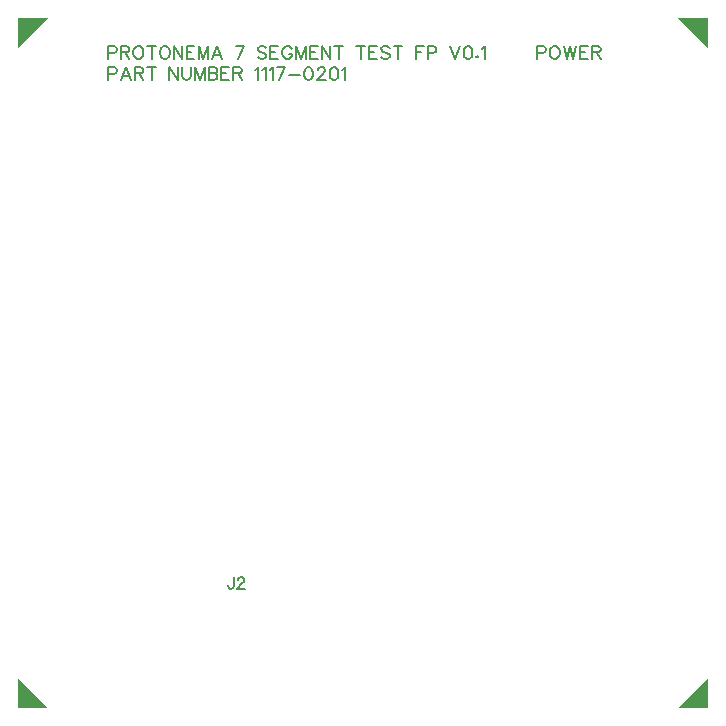
<source format=gto>
G04 Layer: TopSilkscreenLayer*
G04 EasyEDA v6.5.34, 2023-08-21 18:11:39*
G04 a96945d829544502a00aa0063755e982,5a6b42c53f6a479593ecc07194224c93,10*
G04 Gerber Generator version 0.2*
G04 Scale: 100 percent, Rotated: No, Reflected: No *
G04 Dimensions in millimeters *
G04 leading zeros omitted , absolute positions ,4 integer and 5 decimal *
%FSLAX45Y45*%
%MOMM*%

%ADD10C,0.1524*%

%LPD*%
D10*
X761992Y5601759D02*
G01*
X761992Y5492539D01*
X761992Y5601759D02*
G01*
X808728Y5601759D01*
X824222Y5596425D01*
X829556Y5591345D01*
X834636Y5580931D01*
X834636Y5565437D01*
X829556Y5555023D01*
X824222Y5549689D01*
X808728Y5544609D01*
X761992Y5544609D01*
X868926Y5601759D02*
G01*
X868926Y5492539D01*
X868926Y5601759D02*
G01*
X915662Y5601759D01*
X931410Y5596425D01*
X936490Y5591345D01*
X941824Y5580931D01*
X941824Y5570517D01*
X936490Y5560103D01*
X931410Y5555023D01*
X915662Y5549689D01*
X868926Y5549689D01*
X905502Y5549689D02*
G01*
X941824Y5492539D01*
X1007102Y5601759D02*
G01*
X996942Y5596425D01*
X986528Y5586265D01*
X981194Y5575851D01*
X976114Y5560103D01*
X976114Y5534195D01*
X981194Y5518701D01*
X986528Y5508287D01*
X996942Y5497873D01*
X1007102Y5492539D01*
X1027930Y5492539D01*
X1038344Y5497873D01*
X1048758Y5508287D01*
X1054092Y5518701D01*
X1059172Y5534195D01*
X1059172Y5560103D01*
X1054092Y5575851D01*
X1048758Y5586265D01*
X1038344Y5596425D01*
X1027930Y5601759D01*
X1007102Y5601759D01*
X1129784Y5601759D02*
G01*
X1129784Y5492539D01*
X1093462Y5601759D02*
G01*
X1166106Y5601759D01*
X1231638Y5601759D02*
G01*
X1221224Y5596425D01*
X1210810Y5586265D01*
X1205730Y5575851D01*
X1200396Y5560103D01*
X1200396Y5534195D01*
X1205730Y5518701D01*
X1210810Y5508287D01*
X1221224Y5497873D01*
X1231638Y5492539D01*
X1252466Y5492539D01*
X1262880Y5497873D01*
X1273294Y5508287D01*
X1278374Y5518701D01*
X1283708Y5534195D01*
X1283708Y5560103D01*
X1278374Y5575851D01*
X1273294Y5586265D01*
X1262880Y5596425D01*
X1252466Y5601759D01*
X1231638Y5601759D01*
X1317998Y5601759D02*
G01*
X1317998Y5492539D01*
X1317998Y5601759D02*
G01*
X1390642Y5492539D01*
X1390642Y5601759D02*
G01*
X1390642Y5492539D01*
X1424932Y5601759D02*
G01*
X1424932Y5492539D01*
X1424932Y5601759D02*
G01*
X1492496Y5601759D01*
X1424932Y5549689D02*
G01*
X1466588Y5549689D01*
X1424932Y5492539D02*
G01*
X1492496Y5492539D01*
X1526786Y5601759D02*
G01*
X1526786Y5492539D01*
X1526786Y5601759D02*
G01*
X1568442Y5492539D01*
X1609844Y5601759D02*
G01*
X1568442Y5492539D01*
X1609844Y5601759D02*
G01*
X1609844Y5492539D01*
X1685790Y5601759D02*
G01*
X1644134Y5492539D01*
X1685790Y5601759D02*
G01*
X1727192Y5492539D01*
X1659882Y5529115D02*
G01*
X1711698Y5529115D01*
X1914390Y5601759D02*
G01*
X1862320Y5492539D01*
X1841492Y5601759D02*
G01*
X1914390Y5601759D01*
X2101334Y5586265D02*
G01*
X2090920Y5596425D01*
X2075426Y5601759D01*
X2054598Y5601759D01*
X2039104Y5596425D01*
X2028690Y5586265D01*
X2028690Y5575851D01*
X2033770Y5565437D01*
X2039104Y5560103D01*
X2049518Y5555023D01*
X2080506Y5544609D01*
X2090920Y5539275D01*
X2096254Y5534195D01*
X2101334Y5523781D01*
X2101334Y5508287D01*
X2090920Y5497873D01*
X2075426Y5492539D01*
X2054598Y5492539D01*
X2039104Y5497873D01*
X2028690Y5508287D01*
X2135624Y5601759D02*
G01*
X2135624Y5492539D01*
X2135624Y5601759D02*
G01*
X2203188Y5601759D01*
X2135624Y5549689D02*
G01*
X2177280Y5549689D01*
X2135624Y5492539D02*
G01*
X2203188Y5492539D01*
X2315456Y5575851D02*
G01*
X2310122Y5586265D01*
X2299962Y5596425D01*
X2289548Y5601759D01*
X2268720Y5601759D01*
X2258306Y5596425D01*
X2247892Y5586265D01*
X2242812Y5575851D01*
X2237478Y5560103D01*
X2237478Y5534195D01*
X2242812Y5518701D01*
X2247892Y5508287D01*
X2258306Y5497873D01*
X2268720Y5492539D01*
X2289548Y5492539D01*
X2299962Y5497873D01*
X2310122Y5508287D01*
X2315456Y5518701D01*
X2315456Y5534195D01*
X2289548Y5534195D02*
G01*
X2315456Y5534195D01*
X2349746Y5601759D02*
G01*
X2349746Y5492539D01*
X2349746Y5601759D02*
G01*
X2391402Y5492539D01*
X2432804Y5601759D02*
G01*
X2391402Y5492539D01*
X2432804Y5601759D02*
G01*
X2432804Y5492539D01*
X2467094Y5601759D02*
G01*
X2467094Y5492539D01*
X2467094Y5601759D02*
G01*
X2534658Y5601759D01*
X2467094Y5549689D02*
G01*
X2508750Y5549689D01*
X2467094Y5492539D02*
G01*
X2534658Y5492539D01*
X2568948Y5601759D02*
G01*
X2568948Y5492539D01*
X2568948Y5601759D02*
G01*
X2641592Y5492539D01*
X2641592Y5601759D02*
G01*
X2641592Y5492539D01*
X2712458Y5601759D02*
G01*
X2712458Y5492539D01*
X2675882Y5601759D02*
G01*
X2748780Y5601759D01*
X2899402Y5601759D02*
G01*
X2899402Y5492539D01*
X2863080Y5601759D02*
G01*
X2935724Y5601759D01*
X2970014Y5601759D02*
G01*
X2970014Y5492539D01*
X2970014Y5601759D02*
G01*
X3037578Y5601759D01*
X2970014Y5549689D02*
G01*
X3011670Y5549689D01*
X2970014Y5492539D02*
G01*
X3037578Y5492539D01*
X3144512Y5586265D02*
G01*
X3134352Y5596425D01*
X3118604Y5601759D01*
X3097776Y5601759D01*
X3082282Y5596425D01*
X3071868Y5586265D01*
X3071868Y5575851D01*
X3077202Y5565437D01*
X3082282Y5560103D01*
X3092696Y5555023D01*
X3123938Y5544609D01*
X3134352Y5539275D01*
X3139432Y5534195D01*
X3144512Y5523781D01*
X3144512Y5508287D01*
X3134352Y5497873D01*
X3118604Y5492539D01*
X3097776Y5492539D01*
X3082282Y5497873D01*
X3071868Y5508287D01*
X3215378Y5601759D02*
G01*
X3215378Y5492539D01*
X3178802Y5601759D02*
G01*
X3251700Y5601759D01*
X3366000Y5601759D02*
G01*
X3366000Y5492539D01*
X3366000Y5601759D02*
G01*
X3433564Y5601759D01*
X3366000Y5549689D02*
G01*
X3407402Y5549689D01*
X3467854Y5601759D02*
G01*
X3467854Y5492539D01*
X3467854Y5601759D02*
G01*
X3514590Y5601759D01*
X3530084Y5596425D01*
X3535418Y5591345D01*
X3540498Y5580931D01*
X3540498Y5565437D01*
X3535418Y5555023D01*
X3530084Y5549689D01*
X3514590Y5544609D01*
X3467854Y5544609D01*
X3654798Y5601759D02*
G01*
X3696454Y5492539D01*
X3737856Y5601759D02*
G01*
X3696454Y5492539D01*
X3803388Y5601759D02*
G01*
X3787894Y5596425D01*
X3777480Y5580931D01*
X3772146Y5555023D01*
X3772146Y5539275D01*
X3777480Y5513367D01*
X3787894Y5497873D01*
X3803388Y5492539D01*
X3813802Y5492539D01*
X3829296Y5497873D01*
X3839710Y5513367D01*
X3845044Y5539275D01*
X3845044Y5555023D01*
X3839710Y5580931D01*
X3829296Y5596425D01*
X3813802Y5601759D01*
X3803388Y5601759D01*
X3884414Y5518701D02*
G01*
X3879334Y5513367D01*
X3884414Y5508287D01*
X3889748Y5513367D01*
X3884414Y5518701D01*
X3924038Y5580931D02*
G01*
X3934452Y5586265D01*
X3949946Y5601759D01*
X3949946Y5492539D01*
X761992Y5423959D02*
G01*
X761992Y5314739D01*
X761992Y5423959D02*
G01*
X808728Y5423959D01*
X824222Y5418625D01*
X829556Y5413545D01*
X834636Y5403131D01*
X834636Y5387637D01*
X829556Y5377223D01*
X824222Y5371889D01*
X808728Y5366809D01*
X761992Y5366809D01*
X910582Y5423959D02*
G01*
X868926Y5314739D01*
X910582Y5423959D02*
G01*
X952238Y5314739D01*
X884674Y5351315D02*
G01*
X936490Y5351315D01*
X986528Y5423959D02*
G01*
X986528Y5314739D01*
X986528Y5423959D02*
G01*
X1033264Y5423959D01*
X1048758Y5418625D01*
X1054092Y5413545D01*
X1059172Y5403131D01*
X1059172Y5392717D01*
X1054092Y5382303D01*
X1048758Y5377223D01*
X1033264Y5371889D01*
X986528Y5371889D01*
X1022850Y5371889D02*
G01*
X1059172Y5314739D01*
X1129784Y5423959D02*
G01*
X1129784Y5314739D01*
X1093462Y5423959D02*
G01*
X1166106Y5423959D01*
X1280406Y5423959D02*
G01*
X1280406Y5314739D01*
X1280406Y5423959D02*
G01*
X1353304Y5314739D01*
X1353304Y5423959D02*
G01*
X1353304Y5314739D01*
X1387594Y5423959D02*
G01*
X1387594Y5345981D01*
X1392674Y5330487D01*
X1403088Y5320073D01*
X1418582Y5314739D01*
X1428996Y5314739D01*
X1444744Y5320073D01*
X1455158Y5330487D01*
X1460238Y5345981D01*
X1460238Y5423959D01*
X1494528Y5423959D02*
G01*
X1494528Y5314739D01*
X1494528Y5423959D02*
G01*
X1536184Y5314739D01*
X1577586Y5423959D02*
G01*
X1536184Y5314739D01*
X1577586Y5423959D02*
G01*
X1577586Y5314739D01*
X1611876Y5423959D02*
G01*
X1611876Y5314739D01*
X1611876Y5423959D02*
G01*
X1658612Y5423959D01*
X1674360Y5418625D01*
X1679440Y5413545D01*
X1684774Y5403131D01*
X1684774Y5392717D01*
X1679440Y5382303D01*
X1674360Y5377223D01*
X1658612Y5371889D01*
X1611876Y5371889D02*
G01*
X1658612Y5371889D01*
X1674360Y5366809D01*
X1679440Y5361475D01*
X1684774Y5351315D01*
X1684774Y5335567D01*
X1679440Y5325153D01*
X1674360Y5320073D01*
X1658612Y5314739D01*
X1611876Y5314739D01*
X1719064Y5423959D02*
G01*
X1719064Y5314739D01*
X1719064Y5423959D02*
G01*
X1786628Y5423959D01*
X1719064Y5371889D02*
G01*
X1760466Y5371889D01*
X1719064Y5314739D02*
G01*
X1786628Y5314739D01*
X1820918Y5423959D02*
G01*
X1820918Y5314739D01*
X1820918Y5423959D02*
G01*
X1867654Y5423959D01*
X1883148Y5418625D01*
X1888482Y5413545D01*
X1893562Y5403131D01*
X1893562Y5392717D01*
X1888482Y5382303D01*
X1883148Y5377223D01*
X1867654Y5371889D01*
X1820918Y5371889D01*
X1857240Y5371889D02*
G01*
X1893562Y5314739D01*
X2007862Y5403131D02*
G01*
X2018276Y5408465D01*
X2033770Y5423959D01*
X2033770Y5314739D01*
X2068060Y5403131D02*
G01*
X2078474Y5408465D01*
X2094222Y5423959D01*
X2094222Y5314739D01*
X2128512Y5403131D02*
G01*
X2138672Y5408465D01*
X2154420Y5423959D01*
X2154420Y5314739D01*
X2261354Y5423959D02*
G01*
X2209538Y5314739D01*
X2188710Y5423959D02*
G01*
X2261354Y5423959D01*
X2295644Y5361475D02*
G01*
X2389116Y5361475D01*
X2454648Y5423959D02*
G01*
X2439154Y5418625D01*
X2428740Y5403131D01*
X2423406Y5377223D01*
X2423406Y5361475D01*
X2428740Y5335567D01*
X2439154Y5320073D01*
X2454648Y5314739D01*
X2465062Y5314739D01*
X2480556Y5320073D01*
X2490970Y5335567D01*
X2496304Y5361475D01*
X2496304Y5377223D01*
X2490970Y5403131D01*
X2480556Y5418625D01*
X2465062Y5423959D01*
X2454648Y5423959D01*
X2535674Y5398051D02*
G01*
X2535674Y5403131D01*
X2541008Y5413545D01*
X2546088Y5418625D01*
X2556502Y5423959D01*
X2577330Y5423959D01*
X2587744Y5418625D01*
X2592824Y5413545D01*
X2598158Y5403131D01*
X2598158Y5392717D01*
X2592824Y5382303D01*
X2582410Y5366809D01*
X2530594Y5314739D01*
X2603238Y5314739D01*
X2668770Y5423959D02*
G01*
X2653022Y5418625D01*
X2642862Y5403131D01*
X2637528Y5377223D01*
X2637528Y5361475D01*
X2642862Y5335567D01*
X2653022Y5320073D01*
X2668770Y5314739D01*
X2679184Y5314739D01*
X2694678Y5320073D01*
X2705092Y5335567D01*
X2710172Y5361475D01*
X2710172Y5377223D01*
X2705092Y5403131D01*
X2694678Y5418625D01*
X2679184Y5423959D01*
X2668770Y5423959D01*
X2744462Y5403131D02*
G01*
X2754876Y5408465D01*
X2770624Y5423959D01*
X2770624Y5314739D01*
X4394192Y5601708D02*
G01*
X4394192Y5492742D01*
X4394192Y5601708D02*
G01*
X4440928Y5601708D01*
X4456422Y5596628D01*
X4461756Y5591294D01*
X4466836Y5580880D01*
X4466836Y5565386D01*
X4461756Y5554972D01*
X4456422Y5549892D01*
X4440928Y5544558D01*
X4394192Y5544558D01*
X4532368Y5601708D02*
G01*
X4521954Y5596628D01*
X4511540Y5586214D01*
X4506460Y5575800D01*
X4501126Y5560052D01*
X4501126Y5534144D01*
X4506460Y5518650D01*
X4511540Y5508236D01*
X4521954Y5497822D01*
X4532368Y5492742D01*
X4553196Y5492742D01*
X4563610Y5497822D01*
X4574024Y5508236D01*
X4579104Y5518650D01*
X4584438Y5534144D01*
X4584438Y5560052D01*
X4579104Y5575800D01*
X4574024Y5586214D01*
X4563610Y5596628D01*
X4553196Y5601708D01*
X4532368Y5601708D01*
X4618728Y5601708D02*
G01*
X4644636Y5492742D01*
X4670544Y5601708D02*
G01*
X4644636Y5492742D01*
X4670544Y5601708D02*
G01*
X4696452Y5492742D01*
X4722614Y5601708D02*
G01*
X4696452Y5492742D01*
X4756904Y5601708D02*
G01*
X4756904Y5492742D01*
X4756904Y5601708D02*
G01*
X4824468Y5601708D01*
X4756904Y5549892D02*
G01*
X4798306Y5549892D01*
X4756904Y5492742D02*
G01*
X4824468Y5492742D01*
X4858758Y5601708D02*
G01*
X4858758Y5492742D01*
X4858758Y5601708D02*
G01*
X4905494Y5601708D01*
X4920988Y5596628D01*
X4926322Y5591294D01*
X4931402Y5580880D01*
X4931402Y5570466D01*
X4926322Y5560052D01*
X4920988Y5554972D01*
X4905494Y5549892D01*
X4858758Y5549892D01*
X4895080Y5549892D02*
G01*
X4931402Y5492742D01*
X1823478Y1104163D02*
G01*
X1823478Y1031516D01*
X1818906Y1017800D01*
X1814334Y1013231D01*
X1805190Y1008656D01*
X1796300Y1008656D01*
X1787156Y1013231D01*
X1782584Y1017800D01*
X1778012Y1031516D01*
X1778012Y1040663D01*
X1858022Y1081554D02*
G01*
X1858022Y1086129D01*
X1862594Y1095016D01*
X1867166Y1099588D01*
X1876310Y1104163D01*
X1894344Y1104163D01*
X1903488Y1099588D01*
X1908060Y1095016D01*
X1912632Y1086129D01*
X1912632Y1076985D01*
X1908060Y1067838D01*
X1898916Y1054122D01*
X1853450Y1008656D01*
X1917204Y1008656D01*
G36*
X0Y5842000D02*
G01*
X0Y5588000D01*
X254000Y5842000D01*
G37*
G36*
X0Y254000D02*
G01*
X0Y0D01*
X254000Y0D01*
G37*
G36*
X5842000Y254000D02*
G01*
X5588000Y0D01*
X5842000Y0D01*
G37*
G36*
X5588000Y5842000D02*
G01*
X5842000Y5588000D01*
X5842000Y5842000D01*
G37*
M02*

</source>
